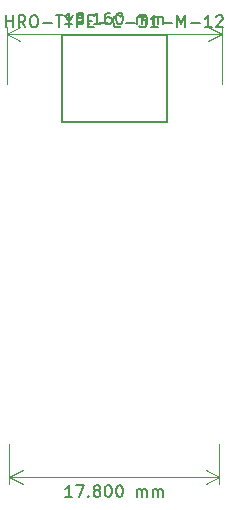
<source format=gbr>
G04 #@! TF.GenerationSoftware,KiCad,Pcbnew,(5.1.7)-1*
G04 #@! TF.CreationDate,2021-03-17T14:08:25-05:00*
G04 #@! TF.ProjectId,keyboard,6b657962-6f61-4726-942e-6b696361645f,rev?*
G04 #@! TF.SameCoordinates,Original*
G04 #@! TF.FileFunction,OtherDrawing,Comment*
%FSLAX46Y46*%
G04 Gerber Fmt 4.6, Leading zero omitted, Abs format (unit mm)*
G04 Created by KiCad (PCBNEW (5.1.7)-1) date 2021-03-17 14:08:25*
%MOMM*%
%LPD*%
G01*
G04 APERTURE LIST*
%ADD10C,0.150000*%
%ADD11C,0.120000*%
G04 APERTURE END LIST*
D10*
X312428571Y-193272380D02*
X311857142Y-193272380D01*
X312142857Y-193272380D02*
X312142857Y-192272380D01*
X312047619Y-192415238D01*
X311952380Y-192510476D01*
X311857142Y-192558095D01*
X312761904Y-192272380D02*
X313428571Y-192272380D01*
X313000000Y-193272380D01*
X313809523Y-193177142D02*
X313857142Y-193224761D01*
X313809523Y-193272380D01*
X313761904Y-193224761D01*
X313809523Y-193177142D01*
X313809523Y-193272380D01*
X314428571Y-192700952D02*
X314333333Y-192653333D01*
X314285714Y-192605714D01*
X314238095Y-192510476D01*
X314238095Y-192462857D01*
X314285714Y-192367619D01*
X314333333Y-192320000D01*
X314428571Y-192272380D01*
X314619047Y-192272380D01*
X314714285Y-192320000D01*
X314761904Y-192367619D01*
X314809523Y-192462857D01*
X314809523Y-192510476D01*
X314761904Y-192605714D01*
X314714285Y-192653333D01*
X314619047Y-192700952D01*
X314428571Y-192700952D01*
X314333333Y-192748571D01*
X314285714Y-192796190D01*
X314238095Y-192891428D01*
X314238095Y-193081904D01*
X314285714Y-193177142D01*
X314333333Y-193224761D01*
X314428571Y-193272380D01*
X314619047Y-193272380D01*
X314714285Y-193224761D01*
X314761904Y-193177142D01*
X314809523Y-193081904D01*
X314809523Y-192891428D01*
X314761904Y-192796190D01*
X314714285Y-192748571D01*
X314619047Y-192700952D01*
X315428571Y-192272380D02*
X315523809Y-192272380D01*
X315619047Y-192320000D01*
X315666666Y-192367619D01*
X315714285Y-192462857D01*
X315761904Y-192653333D01*
X315761904Y-192891428D01*
X315714285Y-193081904D01*
X315666666Y-193177142D01*
X315619047Y-193224761D01*
X315523809Y-193272380D01*
X315428571Y-193272380D01*
X315333333Y-193224761D01*
X315285714Y-193177142D01*
X315238095Y-193081904D01*
X315190476Y-192891428D01*
X315190476Y-192653333D01*
X315238095Y-192462857D01*
X315285714Y-192367619D01*
X315333333Y-192320000D01*
X315428571Y-192272380D01*
X316380952Y-192272380D02*
X316476190Y-192272380D01*
X316571428Y-192320000D01*
X316619047Y-192367619D01*
X316666666Y-192462857D01*
X316714285Y-192653333D01*
X316714285Y-192891428D01*
X316666666Y-193081904D01*
X316619047Y-193177142D01*
X316571428Y-193224761D01*
X316476190Y-193272380D01*
X316380952Y-193272380D01*
X316285714Y-193224761D01*
X316238095Y-193177142D01*
X316190476Y-193081904D01*
X316142857Y-192891428D01*
X316142857Y-192653333D01*
X316190476Y-192462857D01*
X316238095Y-192367619D01*
X316285714Y-192320000D01*
X316380952Y-192272380D01*
X317904761Y-193272380D02*
X317904761Y-192605714D01*
X317904761Y-192700952D02*
X317952380Y-192653333D01*
X318047619Y-192605714D01*
X318190476Y-192605714D01*
X318285714Y-192653333D01*
X318333333Y-192748571D01*
X318333333Y-193272380D01*
X318333333Y-192748571D02*
X318380952Y-192653333D01*
X318476190Y-192605714D01*
X318619047Y-192605714D01*
X318714285Y-192653333D01*
X318761904Y-192748571D01*
X318761904Y-193272380D01*
X319238095Y-193272380D02*
X319238095Y-192605714D01*
X319238095Y-192700952D02*
X319285714Y-192653333D01*
X319380952Y-192605714D01*
X319523809Y-192605714D01*
X319619047Y-192653333D01*
X319666666Y-192748571D01*
X319666666Y-193272380D01*
X319666666Y-192748571D02*
X319714285Y-192653333D01*
X319809523Y-192605714D01*
X319952380Y-192605714D01*
X320047619Y-192653333D01*
X320095238Y-192748571D01*
X320095238Y-193272380D01*
D11*
X307100000Y-191550000D02*
X324900000Y-191550000D01*
X307100000Y-188750000D02*
X307100000Y-192136421D01*
X324900000Y-188750000D02*
X324900000Y-192136421D01*
X324900000Y-191550000D02*
X323773496Y-192136421D01*
X324900000Y-191550000D02*
X323773496Y-190963579D01*
X307100000Y-191550000D02*
X308226504Y-192136421D01*
X307100000Y-191550000D02*
X308226504Y-190963579D01*
D10*
X312428571Y-153262380D02*
X311857142Y-153262380D01*
X312142857Y-153262380D02*
X312142857Y-152262380D01*
X312047619Y-152405238D01*
X311952380Y-152500476D01*
X311857142Y-152548095D01*
X313000000Y-152690952D02*
X312904761Y-152643333D01*
X312857142Y-152595714D01*
X312809523Y-152500476D01*
X312809523Y-152452857D01*
X312857142Y-152357619D01*
X312904761Y-152310000D01*
X313000000Y-152262380D01*
X313190476Y-152262380D01*
X313285714Y-152310000D01*
X313333333Y-152357619D01*
X313380952Y-152452857D01*
X313380952Y-152500476D01*
X313333333Y-152595714D01*
X313285714Y-152643333D01*
X313190476Y-152690952D01*
X313000000Y-152690952D01*
X312904761Y-152738571D01*
X312857142Y-152786190D01*
X312809523Y-152881428D01*
X312809523Y-153071904D01*
X312857142Y-153167142D01*
X312904761Y-153214761D01*
X313000000Y-153262380D01*
X313190476Y-153262380D01*
X313285714Y-153214761D01*
X313333333Y-153167142D01*
X313380952Y-153071904D01*
X313380952Y-152881428D01*
X313333333Y-152786190D01*
X313285714Y-152738571D01*
X313190476Y-152690952D01*
X313809523Y-153167142D02*
X313857142Y-153214761D01*
X313809523Y-153262380D01*
X313761904Y-153214761D01*
X313809523Y-153167142D01*
X313809523Y-153262380D01*
X314809523Y-153262380D02*
X314238095Y-153262380D01*
X314523809Y-153262380D02*
X314523809Y-152262380D01*
X314428571Y-152405238D01*
X314333333Y-152500476D01*
X314238095Y-152548095D01*
X315666666Y-152262380D02*
X315476190Y-152262380D01*
X315380952Y-152310000D01*
X315333333Y-152357619D01*
X315238095Y-152500476D01*
X315190476Y-152690952D01*
X315190476Y-153071904D01*
X315238095Y-153167142D01*
X315285714Y-153214761D01*
X315380952Y-153262380D01*
X315571428Y-153262380D01*
X315666666Y-153214761D01*
X315714285Y-153167142D01*
X315761904Y-153071904D01*
X315761904Y-152833809D01*
X315714285Y-152738571D01*
X315666666Y-152690952D01*
X315571428Y-152643333D01*
X315380952Y-152643333D01*
X315285714Y-152690952D01*
X315238095Y-152738571D01*
X315190476Y-152833809D01*
X316380952Y-152262380D02*
X316476190Y-152262380D01*
X316571428Y-152310000D01*
X316619047Y-152357619D01*
X316666666Y-152452857D01*
X316714285Y-152643333D01*
X316714285Y-152881428D01*
X316666666Y-153071904D01*
X316619047Y-153167142D01*
X316571428Y-153214761D01*
X316476190Y-153262380D01*
X316380952Y-153262380D01*
X316285714Y-153214761D01*
X316238095Y-153167142D01*
X316190476Y-153071904D01*
X316142857Y-152881428D01*
X316142857Y-152643333D01*
X316190476Y-152452857D01*
X316238095Y-152357619D01*
X316285714Y-152310000D01*
X316380952Y-152262380D01*
X317904761Y-153262380D02*
X317904761Y-152595714D01*
X317904761Y-152690952D02*
X317952380Y-152643333D01*
X318047619Y-152595714D01*
X318190476Y-152595714D01*
X318285714Y-152643333D01*
X318333333Y-152738571D01*
X318333333Y-153262380D01*
X318333333Y-152738571D02*
X318380952Y-152643333D01*
X318476190Y-152595714D01*
X318619047Y-152595714D01*
X318714285Y-152643333D01*
X318761904Y-152738571D01*
X318761904Y-153262380D01*
X319238095Y-153262380D02*
X319238095Y-152595714D01*
X319238095Y-152690952D02*
X319285714Y-152643333D01*
X319380952Y-152595714D01*
X319523809Y-152595714D01*
X319619047Y-152643333D01*
X319666666Y-152738571D01*
X319666666Y-153262380D01*
X319666666Y-152738571D02*
X319714285Y-152643333D01*
X319809523Y-152595714D01*
X319952380Y-152595714D01*
X320047619Y-152643333D01*
X320095238Y-152738571D01*
X320095238Y-153262380D01*
D11*
X306920000Y-154080000D02*
X325080000Y-154080000D01*
X306920000Y-158300000D02*
X306920000Y-153493579D01*
X325080000Y-158300000D02*
X325080000Y-153493579D01*
X325080000Y-154080000D02*
X323953496Y-154666421D01*
X325080000Y-154080000D02*
X323953496Y-153493579D01*
X306920000Y-154080000D02*
X308046504Y-154666421D01*
X306920000Y-154080000D02*
X308046504Y-153493579D01*
D10*
X312428571Y-193272380D02*
X311857142Y-193272380D01*
X312142857Y-193272380D02*
X312142857Y-192272380D01*
X312047619Y-192415238D01*
X311952380Y-192510476D01*
X311857142Y-192558095D01*
X312761904Y-192272380D02*
X313428571Y-192272380D01*
X313000000Y-193272380D01*
X313809523Y-193177142D02*
X313857142Y-193224761D01*
X313809523Y-193272380D01*
X313761904Y-193224761D01*
X313809523Y-193177142D01*
X313809523Y-193272380D01*
X314428571Y-192700952D02*
X314333333Y-192653333D01*
X314285714Y-192605714D01*
X314238095Y-192510476D01*
X314238095Y-192462857D01*
X314285714Y-192367619D01*
X314333333Y-192320000D01*
X314428571Y-192272380D01*
X314619047Y-192272380D01*
X314714285Y-192320000D01*
X314761904Y-192367619D01*
X314809523Y-192462857D01*
X314809523Y-192510476D01*
X314761904Y-192605714D01*
X314714285Y-192653333D01*
X314619047Y-192700952D01*
X314428571Y-192700952D01*
X314333333Y-192748571D01*
X314285714Y-192796190D01*
X314238095Y-192891428D01*
X314238095Y-193081904D01*
X314285714Y-193177142D01*
X314333333Y-193224761D01*
X314428571Y-193272380D01*
X314619047Y-193272380D01*
X314714285Y-193224761D01*
X314761904Y-193177142D01*
X314809523Y-193081904D01*
X314809523Y-192891428D01*
X314761904Y-192796190D01*
X314714285Y-192748571D01*
X314619047Y-192700952D01*
X315428571Y-192272380D02*
X315523809Y-192272380D01*
X315619047Y-192320000D01*
X315666666Y-192367619D01*
X315714285Y-192462857D01*
X315761904Y-192653333D01*
X315761904Y-192891428D01*
X315714285Y-193081904D01*
X315666666Y-193177142D01*
X315619047Y-193224761D01*
X315523809Y-193272380D01*
X315428571Y-193272380D01*
X315333333Y-193224761D01*
X315285714Y-193177142D01*
X315238095Y-193081904D01*
X315190476Y-192891428D01*
X315190476Y-192653333D01*
X315238095Y-192462857D01*
X315285714Y-192367619D01*
X315333333Y-192320000D01*
X315428571Y-192272380D01*
X316380952Y-192272380D02*
X316476190Y-192272380D01*
X316571428Y-192320000D01*
X316619047Y-192367619D01*
X316666666Y-192462857D01*
X316714285Y-192653333D01*
X316714285Y-192891428D01*
X316666666Y-193081904D01*
X316619047Y-193177142D01*
X316571428Y-193224761D01*
X316476190Y-193272380D01*
X316380952Y-193272380D01*
X316285714Y-193224761D01*
X316238095Y-193177142D01*
X316190476Y-193081904D01*
X316142857Y-192891428D01*
X316142857Y-192653333D01*
X316190476Y-192462857D01*
X316238095Y-192367619D01*
X316285714Y-192320000D01*
X316380952Y-192272380D01*
X317904761Y-193272380D02*
X317904761Y-192605714D01*
X317904761Y-192700952D02*
X317952380Y-192653333D01*
X318047619Y-192605714D01*
X318190476Y-192605714D01*
X318285714Y-192653333D01*
X318333333Y-192748571D01*
X318333333Y-193272380D01*
X318333333Y-192748571D02*
X318380952Y-192653333D01*
X318476190Y-192605714D01*
X318619047Y-192605714D01*
X318714285Y-192653333D01*
X318761904Y-192748571D01*
X318761904Y-193272380D01*
X319238095Y-193272380D02*
X319238095Y-192605714D01*
X319238095Y-192700952D02*
X319285714Y-192653333D01*
X319380952Y-192605714D01*
X319523809Y-192605714D01*
X319619047Y-192653333D01*
X319666666Y-192748571D01*
X319666666Y-193272380D01*
X319666666Y-192748571D02*
X319714285Y-192653333D01*
X319809523Y-192605714D01*
X319952380Y-192605714D01*
X320047619Y-192653333D01*
X320095238Y-192748571D01*
X320095238Y-193272380D01*
D11*
X307100000Y-191550000D02*
X324900000Y-191550000D01*
X307100000Y-188750000D02*
X307100000Y-192136421D01*
X324900000Y-188750000D02*
X324900000Y-192136421D01*
X324900000Y-191550000D02*
X323773496Y-192136421D01*
X324900000Y-191550000D02*
X323773496Y-190963579D01*
X307100000Y-191550000D02*
X308226504Y-192136421D01*
X307100000Y-191550000D02*
X308226504Y-190963579D01*
D10*
X320470000Y-161500000D02*
X311530000Y-161500000D01*
X311530000Y-154200000D02*
X311530000Y-161500000D01*
X320470000Y-154200000D02*
X320470000Y-161500000D01*
X320470000Y-154200000D02*
X311530000Y-154200000D01*
X306857142Y-153502380D02*
X306857142Y-152502380D01*
X306857142Y-152978571D02*
X307428571Y-152978571D01*
X307428571Y-153502380D02*
X307428571Y-152502380D01*
X308476190Y-153502380D02*
X308142857Y-153026190D01*
X307904761Y-153502380D02*
X307904761Y-152502380D01*
X308285714Y-152502380D01*
X308380952Y-152550000D01*
X308428571Y-152597619D01*
X308476190Y-152692857D01*
X308476190Y-152835714D01*
X308428571Y-152930952D01*
X308380952Y-152978571D01*
X308285714Y-153026190D01*
X307904761Y-153026190D01*
X309095238Y-152502380D02*
X309285714Y-152502380D01*
X309380952Y-152550000D01*
X309476190Y-152645238D01*
X309523809Y-152835714D01*
X309523809Y-153169047D01*
X309476190Y-153359523D01*
X309380952Y-153454761D01*
X309285714Y-153502380D01*
X309095238Y-153502380D01*
X309000000Y-153454761D01*
X308904761Y-153359523D01*
X308857142Y-153169047D01*
X308857142Y-152835714D01*
X308904761Y-152645238D01*
X309000000Y-152550000D01*
X309095238Y-152502380D01*
X309952380Y-153121428D02*
X310714285Y-153121428D01*
X311047619Y-152502380D02*
X311619047Y-152502380D01*
X311333333Y-153502380D02*
X311333333Y-152502380D01*
X312142857Y-153026190D02*
X312142857Y-153502380D01*
X311809523Y-152502380D02*
X312142857Y-153026190D01*
X312476190Y-152502380D01*
X312809523Y-153502380D02*
X312809523Y-152502380D01*
X313190476Y-152502380D01*
X313285714Y-152550000D01*
X313333333Y-152597619D01*
X313380952Y-152692857D01*
X313380952Y-152835714D01*
X313333333Y-152930952D01*
X313285714Y-152978571D01*
X313190476Y-153026190D01*
X312809523Y-153026190D01*
X313809523Y-152978571D02*
X314142857Y-152978571D01*
X314285714Y-153502380D02*
X313809523Y-153502380D01*
X313809523Y-152502380D01*
X314285714Y-152502380D01*
X314714285Y-153121428D02*
X315476190Y-153121428D01*
X316523809Y-153407142D02*
X316476190Y-153454761D01*
X316333333Y-153502380D01*
X316238095Y-153502380D01*
X316095238Y-153454761D01*
X316000000Y-153359523D01*
X315952380Y-153264285D01*
X315904761Y-153073809D01*
X315904761Y-152930952D01*
X315952380Y-152740476D01*
X316000000Y-152645238D01*
X316095238Y-152550000D01*
X316238095Y-152502380D01*
X316333333Y-152502380D01*
X316476190Y-152550000D01*
X316523809Y-152597619D01*
X316952380Y-153121428D02*
X317714285Y-153121428D01*
X318095238Y-152502380D02*
X318714285Y-152502380D01*
X318380952Y-152883333D01*
X318523809Y-152883333D01*
X318619047Y-152930952D01*
X318666666Y-152978571D01*
X318714285Y-153073809D01*
X318714285Y-153311904D01*
X318666666Y-153407142D01*
X318619047Y-153454761D01*
X318523809Y-153502380D01*
X318238095Y-153502380D01*
X318142857Y-153454761D01*
X318095238Y-153407142D01*
X319666666Y-153502380D02*
X319095238Y-153502380D01*
X319380952Y-153502380D02*
X319380952Y-152502380D01*
X319285714Y-152645238D01*
X319190476Y-152740476D01*
X319095238Y-152788095D01*
X320095238Y-153121428D02*
X320857142Y-153121428D01*
X321333333Y-153502380D02*
X321333333Y-152502380D01*
X321666666Y-153216666D01*
X322000000Y-152502380D01*
X322000000Y-153502380D01*
X322476190Y-153121428D02*
X323238095Y-153121428D01*
X324238095Y-153502380D02*
X323666666Y-153502380D01*
X323952380Y-153502380D02*
X323952380Y-152502380D01*
X323857142Y-152645238D01*
X323761904Y-152740476D01*
X323666666Y-152788095D01*
X324619047Y-152597619D02*
X324666666Y-152550000D01*
X324761904Y-152502380D01*
X325000000Y-152502380D01*
X325095238Y-152550000D01*
X325142857Y-152597619D01*
X325190476Y-152692857D01*
X325190476Y-152788095D01*
X325142857Y-152930952D01*
X324571428Y-153502380D01*
X325190476Y-153502380D01*
M02*

</source>
